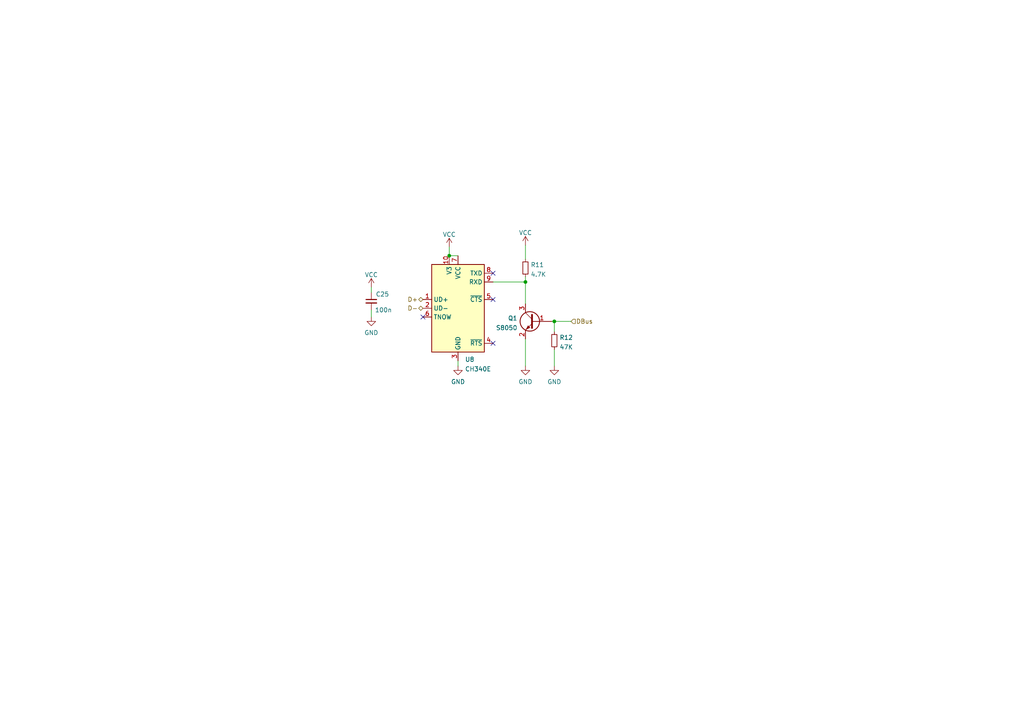
<source format=kicad_sch>
(kicad_sch (version 20211123) (generator eeschema)
  (paper "A4")
  (title_block (title "USB To CAN") (date "2023-05-04") (rev "2.0.1"))
  (lib_symbols
    (symbol "Device:C_Small" (pin_numbers hide) (pin_names (offset 0.254) hide)
      (property "Reference" "C" (at 0.254 1.778 0))
      (property "Value" "C_Small" (at 0.254 -2.032 0))
      (symbol "C_Small_0_1"
        (polyline (pts (xy -1.524 -0.508) (xy 1.524 -0.508)) (stroke (width 0.3302)))
        (polyline (pts (xy -1.524 0.508) (xy 1.524 0.508)) (stroke (width 0.3048)))
      )
      (symbol "C_Small_1_1"
        (pin passive line (at 0 2.54 270) (length 2.032) (name "~") (number "1"))
        (pin passive line (at 0 -2.54 90) (length 2.032) (name "~") (number "2"))
      )
    )
    (symbol "Device:Q_NPN_BEC" (pin_names (offset 0) hide)
      (property "Reference" "Q" (at 5.08 1.27 0))
      (property "Value" "Q_NPN_BEC" (at 5.08 -1.27 0))
      (symbol "Q_NPN_BEC_0_1"
        (polyline (pts (xy 0.635 0.635) (xy 2.54 2.54)))
        (polyline (pts (xy 0.635 -0.635) (xy 2.54 -2.54) (xy 2.54 -2.54)))
        (polyline (pts (xy 0.635 1.905) (xy 0.635 -1.905) (xy 0.635 -1.905)) (stroke (width 0.508)))
        (polyline (pts (xy 1.27 -1.778) (xy 1.778 -1.27) (xy 2.286 -2.286) (xy 1.27 -1.778) (xy 1.27 -1.778)) (fill (type outline)))
        (circle (center 1.27 0) (radius 2.8194) (stroke (width 0.254)))
      )
      (symbol "Q_NPN_BEC_1_1"
        (pin input line (at -5.08 0 0) (length 5.715) (name "B") (number "1"))
        (pin passive line (at 2.54 -5.08 90) (length 2.54) (name "E") (number "2"))
        (pin passive line (at 2.54 5.08 270) (length 2.54) (name "C") (number "3"))
      )
    )
    (symbol "Device:R_Small" (pin_numbers hide) (pin_names (offset 0.254) hide)
      (property "Reference" "R" (at 0.762 0.508 0))
      (property "Value" "R_Small" (at 0.762 -1.016 0))
      (symbol "R_Small_0_1"
        (rectangle (start -0.762 1.778) (end 0.762 -1.778) (stroke (width 0.2032)))
      )
      (symbol "R_Small_1_1"
        (pin passive line (at 0 2.54 270) (length 0.762) (name "~") (number "1"))
        (pin passive line (at 0 -2.54 90) (length 0.762) (name "~") (number "2"))
      )
    )
    (symbol "Interface_USB:CH340E"
      (property "Reference" "U" (at -5.08 13.97 0))
      (property "Value" "CH340E" (at 1.27 13.97 0))
      (symbol "CH340E_0_1"
        (rectangle (start -7.62 12.7) (end 7.62 -12.7) (stroke (width 0.254)) (fill (type background)))
      )
      (symbol "CH340E_1_1"
        (pin bidirectional line (at -10.16 2.54 0) (length 2.54) (name "UD+") (number "1"))
        (pin passive line (at -2.54 15.24 270) (length 2.54) (name "V3") (number "10"))
        (pin bidirectional line (at -10.16 0 0) (length 2.54) (name "UD-") (number "2"))
        (pin power_in line (at 0 -15.24 90) (length 2.54) (name "GND") (number "3"))
        (pin output line (at 10.16 -10.16 180) (length 2.54) (name "~{RTS}") (number "4"))
        (pin input line (at 10.16 2.54 180) (length 2.54) (name "~{CTS}") (number "5"))
        (pin output line (at -10.16 -2.54 0) (length 2.54) (name "TNOW") (number "6"))
        (pin power_in line (at 0 15.24 270) (length 2.54) (name "VCC") (number "7"))
        (pin output line (at 10.16 10.16 180) (length 2.54) (name "TXD") (number "8"))
        (pin input line (at 10.16 7.62 180) (length 2.54) (name "RXD") (number "9"))
      )
    )
    (symbol "power:GND" (power) (pin_names (offset 0))
      (property "Value" "GND" (at 0 -3.81 0))
      (symbol "GND_0_1"
        (polyline (pts (xy 0 0) (xy 0 -1.27) (xy 1.27 -1.27) (xy 0 -2.54) (xy -1.27 -1.27) (xy 0 -1.27)))
      )
      (symbol "GND_1_1"
        (pin power_in line (at 0 0 270) (length 0) hide (name "GND") (number "1"))
      )
    )
    (symbol "power:VCC" (power) (pin_names (offset 0))
      (property "Value" "VCC" (at 0 3.81 0))
      (symbol "VCC_0_1"
        (polyline (pts (xy -0.762 1.27) (xy 0 2.54)))
        (polyline (pts (xy 0 0) (xy 0 2.54)))
        (polyline (pts (xy 0 2.54) (xy 0.762 1.27)))
      )
      (symbol "VCC_1_1"
        (pin power_in line (at 0 0 90) (length 0) hide (name "VCC") (number "1"))
      )
    )
  )
  (junction (at 152.4 81.788))
  (junction (at 130.302 74.168))
  (junction (at 160.782 93.218))
  (no_connect (at 143.002 99.568))
  (no_connect (at 122.682 91.948))
  (no_connect (at 143.002 86.868))
  (no_connect (at 143.002 79.248))
  (wire (pts (xy 160.02 93.218) (xy 160.782 93.218)))
  (wire (pts (xy 130.302 71.628) (xy 130.302 74.168)))
  (wire (pts (xy 160.782 93.218) (xy 160.782 96.266)))
  (wire (pts (xy 107.696 83.312) (xy 107.696 84.836)))
  (wire (pts (xy 130.302 74.168) (xy 132.842 74.168)))
  (wire (pts (xy 152.4 71.12) (xy 152.4 75.184)))
  (wire (pts (xy 152.4 98.298) (xy 152.4 106.172)))
  (wire (pts (xy 132.842 104.648) (xy 132.842 106.172)))
  (wire (pts (xy 152.4 81.788) (xy 152.4 88.138)))
  (wire (pts (xy 107.696 89.916) (xy 107.696 91.948)))
  (wire (pts (xy 152.4 80.264) (xy 152.4 81.788)))
  (wire (pts (xy 143.002 81.788) (xy 152.4 81.788)))
  (wire (pts (xy 160.782 101.346) (xy 160.782 106.172)))
  (wire (pts (xy 160.782 93.218) (xy 165.608 93.218)))
  (hierarchical_label "D+" (shape bidirectional) (at 122.682 86.868 180))
  (hierarchical_label "D-" (shape bidirectional) (at 122.682 89.408 180))
  (hierarchical_label "DBus" (shape input) (at 165.608 93.218 0))
  (symbol (lib_id "Device:C_Small") (at 107.696 87.376 0) (mirror y) (unit 1)
    (property "Reference" "C25" (at 108.966 85.344 0) (effects (justify right)))
    (property "Value" "100n" (at 108.712 89.916 0) (effects (justify right)))
    (property "Footprint" "library:C_0603_1608Metric" (effects hide))
  )
  (symbol (lib_id "power:GND") (at 160.782 106.172 0) (unit 1)
    (property "Reference" "#PWR083" (effects hide))
    (property "Value" "GND" (at 160.782 110.7345 0))
  )
  (symbol (lib_id "power:VCC") (at 130.302 71.628 0) (unit 1)
    (property "Reference" "#PWR078" (effects hide))
    (property "Value" "VCC" (at 130.302 68.0235 0))
  )
  (symbol (lib_id "Device:R_Small") (at 152.4 77.724 0) (unit 1)
    (property "Reference" "R11" (at 153.8986 76.8155 0) (effects (justify left)))
    (property "Value" "4.7K" (at 153.8986 79.5906 0) (effects (justify left)))
    (property "Footprint" "library:R_0603_1608Metric" (effects hide))
  )
  (symbol (lib_id "Interface_USB:CH340E") (at 132.842 89.408 0) (unit 1)
    (property "Reference" "U8" (at 134.8614 104.2575 0) (effects (justify left)))
    (property "Value" "CH340E" (at 134.8614 107.0326 0) (effects (justify left)))
    (property "Footprint" "library:MSOP-10_3x3mm_P0.5mm" (effects hide))
    (property "Datasheet" "https://www.mpja.com/download/35227cpdata.pdf" (effects hide))
  )
  (symbol (lib_id "Device:R_Small") (at 160.782 98.806 0) (unit 1)
    (property "Reference" "R12" (at 162.2806 97.8975 0) (effects (justify left)))
    (property "Value" "47K" (at 162.2806 100.6726 0) (effects (justify left)))
    (property "Footprint" "library:R_0603_1608Metric" (effects hide))
  )
  (symbol (lib_id "power:GND") (at 132.842 106.172 0) (unit 1)
    (property "Reference" "#PWR081" (effects hide))
    (property "Value" "GND" (at 132.842 110.7345 0))
  )
  (symbol (lib_id "power:GND") (at 107.696 91.948 0) (unit 1)
    (property "Reference" "#PWR080" (effects hide))
    (property "Value" "GND" (at 107.696 96.5105 0))
  )
  (symbol (lib_id "power:VCC") (at 107.696 83.312 0) (unit 1)
    (property "Reference" "#PWR079" (effects hide))
    (property "Value" "VCC" (at 107.696 79.7075 0))
  )
  (symbol (lib_id "power:VCC") (at 152.4 71.12 0) (unit 1)
    (property "Reference" "#PWR077" (effects hide))
    (property "Value" "VCC" (at 152.4 67.5155 0))
  )
  (symbol (lib_id "Device:Q_NPN_BEC") (at 154.94 93.218 0) (mirror y) (unit 1)
    (property "Reference" "Q1" (at 150.0886 92.3095 0) (effects (justify left)))
    (property "Value" "S8050" (at 150.0886 95.0846 0) (effects (justify left)))
    (property "Footprint" "library:SOT-23" (effects hide))
  )
  (symbol (lib_id "power:GND") (at 152.4 106.172 0) (unit 1)
    (property "Reference" "#PWR082" (effects hide))
    (property "Value" "GND" (at 152.4 110.7345 0))
  )
)
</source>
